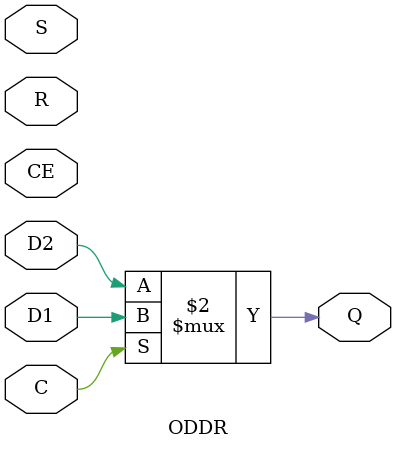
<source format=sv>

`timescale 1ns / 1ps
`default_nettype none

module ODDR
        #(
            parameter DDR_CLK_EDGE = "SAME_EDGE"  
        )
        (
            output  var logic Q     ,
            input   var logic C     ,
            input   var logic CE    ,
            input   var logic D1    ,
            input   var logic D2    ,
            input   var logic R     ,
            input   var logic S     
        );

    always @( C ) begin
        Q <= C ? D1 : D2;
    end

endmodule

`default_nettype wire

// end of file

</source>
